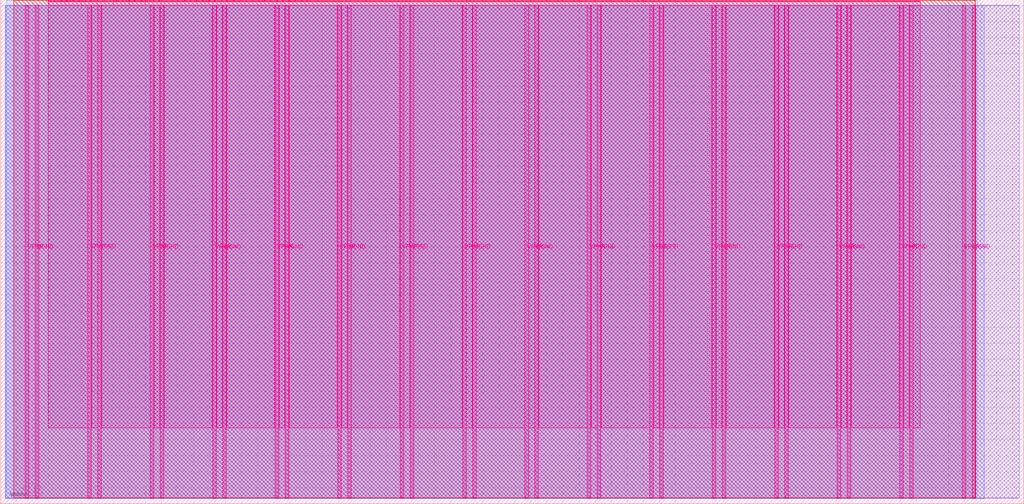
<source format=lef>
VERSION 5.7 ;
  NOWIREEXTENSIONATPIN ON ;
  DIVIDERCHAR "/" ;
  BUSBITCHARS "[]" ;
MACRO tt_um_jamesrosssharp_1bitam
  CLASS BLOCK ;
  FOREIGN tt_um_jamesrosssharp_1bitam ;
  ORIGIN 0.000 0.000 ;
  SIZE 636.960 BY 313.740 ;
  PIN VGND
    DIRECTION INOUT ;
    USE GROUND ;
    PORT
      LAYER Metal5 ;
        RECT 21.580 3.560 23.780 310.180 ;
    END
    PORT
      LAYER Metal5 ;
        RECT 60.450 3.560 62.650 310.180 ;
    END
    PORT
      LAYER Metal5 ;
        RECT 99.320 3.560 101.520 310.180 ;
    END
    PORT
      LAYER Metal5 ;
        RECT 138.190 3.560 140.390 310.180 ;
    END
    PORT
      LAYER Metal5 ;
        RECT 177.060 3.560 179.260 310.180 ;
    END
    PORT
      LAYER Metal5 ;
        RECT 215.930 3.560 218.130 310.180 ;
    END
    PORT
      LAYER Metal5 ;
        RECT 254.800 3.560 257.000 310.180 ;
    END
    PORT
      LAYER Metal5 ;
        RECT 293.670 3.560 295.870 310.180 ;
    END
    PORT
      LAYER Metal5 ;
        RECT 332.540 3.560 334.740 310.180 ;
    END
    PORT
      LAYER Metal5 ;
        RECT 371.410 3.560 373.610 310.180 ;
    END
    PORT
      LAYER Metal5 ;
        RECT 410.280 3.560 412.480 310.180 ;
    END
    PORT
      LAYER Metal5 ;
        RECT 449.150 3.560 451.350 310.180 ;
    END
    PORT
      LAYER Metal5 ;
        RECT 488.020 3.560 490.220 310.180 ;
    END
    PORT
      LAYER Metal5 ;
        RECT 526.890 3.560 529.090 310.180 ;
    END
    PORT
      LAYER Metal5 ;
        RECT 565.760 3.560 567.960 310.180 ;
    END
    PORT
      LAYER Metal5 ;
        RECT 604.630 3.560 606.830 310.180 ;
    END
  END VGND
  PIN VPWR
    DIRECTION INOUT ;
    USE POWER ;
    PORT
      LAYER Metal5 ;
        RECT 15.380 3.560 17.580 310.180 ;
    END
    PORT
      LAYER Metal5 ;
        RECT 54.250 3.560 56.450 310.180 ;
    END
    PORT
      LAYER Metal5 ;
        RECT 93.120 3.560 95.320 310.180 ;
    END
    PORT
      LAYER Metal5 ;
        RECT 131.990 3.560 134.190 310.180 ;
    END
    PORT
      LAYER Metal5 ;
        RECT 170.860 3.560 173.060 310.180 ;
    END
    PORT
      LAYER Metal5 ;
        RECT 209.730 3.560 211.930 310.180 ;
    END
    PORT
      LAYER Metal5 ;
        RECT 248.600 3.560 250.800 310.180 ;
    END
    PORT
      LAYER Metal5 ;
        RECT 287.470 3.560 289.670 310.180 ;
    END
    PORT
      LAYER Metal5 ;
        RECT 326.340 3.560 328.540 310.180 ;
    END
    PORT
      LAYER Metal5 ;
        RECT 365.210 3.560 367.410 310.180 ;
    END
    PORT
      LAYER Metal5 ;
        RECT 404.080 3.560 406.280 310.180 ;
    END
    PORT
      LAYER Metal5 ;
        RECT 442.950 3.560 445.150 310.180 ;
    END
    PORT
      LAYER Metal5 ;
        RECT 481.820 3.560 484.020 310.180 ;
    END
    PORT
      LAYER Metal5 ;
        RECT 520.690 3.560 522.890 310.180 ;
    END
    PORT
      LAYER Metal5 ;
        RECT 559.560 3.560 561.760 310.180 ;
    END
    PORT
      LAYER Metal5 ;
        RECT 598.430 3.560 600.630 310.180 ;
    END
  END VPWR
  PIN clk
    DIRECTION INPUT ;
    USE SIGNAL ;
    ANTENNAGATEAREA 2.038400 ;
    ANTENNADIFFAREA 6.046200 ;
    PORT
      LAYER Metal5 ;
        RECT 187.050 312.740 187.350 313.740 ;
    END
  END clk
  PIN ena
    DIRECTION INPUT ;
    USE SIGNAL ;
    PORT
      LAYER Metal5 ;
        RECT 190.890 312.740 191.190 313.740 ;
    END
  END ena
  PIN rst_n
    DIRECTION INPUT ;
    USE SIGNAL ;
    ANTENNAGATEAREA 2.748200 ;
    ANTENNADIFFAREA 8.061600 ;
    PORT
      LAYER Metal5 ;
        RECT 183.210 312.740 183.510 313.740 ;
    END
  END rst_n
  PIN ui_in[0]
    DIRECTION INPUT ;
    USE SIGNAL ;
    ANTENNAGATEAREA 0.180700 ;
    PORT
      LAYER Metal5 ;
        RECT 179.370 312.740 179.670 313.740 ;
    END
  END ui_in[0]
  PIN ui_in[1]
    DIRECTION INPUT ;
    USE SIGNAL ;
    ANTENNAGATEAREA 0.180700 ;
    PORT
      LAYER Metal5 ;
        RECT 175.530 312.740 175.830 313.740 ;
    END
  END ui_in[1]
  PIN ui_in[2]
    DIRECTION INPUT ;
    USE SIGNAL ;
    ANTENNAGATEAREA 0.180700 ;
    PORT
      LAYER Metal5 ;
        RECT 171.690 312.740 171.990 313.740 ;
    END
  END ui_in[2]
  PIN ui_in[3]
    DIRECTION INPUT ;
    USE SIGNAL ;
    ANTENNAGATEAREA 0.180700 ;
    PORT
      LAYER Metal5 ;
        RECT 167.850 312.740 168.150 313.740 ;
    END
  END ui_in[3]
  PIN ui_in[4]
    DIRECTION INPUT ;
    USE SIGNAL ;
    PORT
      LAYER Metal5 ;
        RECT 164.010 312.740 164.310 313.740 ;
    END
  END ui_in[4]
  PIN ui_in[5]
    DIRECTION INPUT ;
    USE SIGNAL ;
    PORT
      LAYER Metal5 ;
        RECT 160.170 312.740 160.470 313.740 ;
    END
  END ui_in[5]
  PIN ui_in[6]
    DIRECTION INPUT ;
    USE SIGNAL ;
    PORT
      LAYER Metal5 ;
        RECT 156.330 312.740 156.630 313.740 ;
    END
  END ui_in[6]
  PIN ui_in[7]
    DIRECTION INPUT ;
    USE SIGNAL ;
    PORT
      LAYER Metal5 ;
        RECT 152.490 312.740 152.790 313.740 ;
    END
  END ui_in[7]
  PIN uio_in[0]
    DIRECTION INPUT ;
    USE SIGNAL ;
    PORT
      LAYER Metal5 ;
        RECT 148.650 312.740 148.950 313.740 ;
    END
  END uio_in[0]
  PIN uio_in[1]
    DIRECTION INPUT ;
    USE SIGNAL ;
    PORT
      LAYER Metal5 ;
        RECT 144.810 312.740 145.110 313.740 ;
    END
  END uio_in[1]
  PIN uio_in[2]
    DIRECTION INPUT ;
    USE SIGNAL ;
    PORT
      LAYER Metal5 ;
        RECT 140.970 312.740 141.270 313.740 ;
    END
  END uio_in[2]
  PIN uio_in[3]
    DIRECTION INPUT ;
    USE SIGNAL ;
    PORT
      LAYER Metal5 ;
        RECT 137.130 312.740 137.430 313.740 ;
    END
  END uio_in[3]
  PIN uio_in[4]
    DIRECTION INPUT ;
    USE SIGNAL ;
    PORT
      LAYER Metal5 ;
        RECT 133.290 312.740 133.590 313.740 ;
    END
  END uio_in[4]
  PIN uio_in[5]
    DIRECTION INPUT ;
    USE SIGNAL ;
    PORT
      LAYER Metal5 ;
        RECT 129.450 312.740 129.750 313.740 ;
    END
  END uio_in[5]
  PIN uio_in[6]
    DIRECTION INPUT ;
    USE SIGNAL ;
    PORT
      LAYER Metal5 ;
        RECT 125.610 312.740 125.910 313.740 ;
    END
  END uio_in[6]
  PIN uio_in[7]
    DIRECTION INPUT ;
    USE SIGNAL ;
    PORT
      LAYER Metal5 ;
        RECT 121.770 312.740 122.070 313.740 ;
    END
  END uio_in[7]
  PIN uio_oe[0]
    DIRECTION OUTPUT ;
    USE SIGNAL ;
    ANTENNADIFFAREA 0.299200 ;
    PORT
      LAYER Metal5 ;
        RECT 56.490 312.740 56.790 313.740 ;
    END
  END uio_oe[0]
  PIN uio_oe[1]
    DIRECTION OUTPUT ;
    USE SIGNAL ;
    ANTENNADIFFAREA 0.299200 ;
    PORT
      LAYER Metal5 ;
        RECT 52.650 312.740 52.950 313.740 ;
    END
  END uio_oe[1]
  PIN uio_oe[2]
    DIRECTION OUTPUT ;
    USE SIGNAL ;
    ANTENNADIFFAREA 0.299200 ;
    PORT
      LAYER Metal5 ;
        RECT 48.810 312.740 49.110 313.740 ;
    END
  END uio_oe[2]
  PIN uio_oe[3]
    DIRECTION OUTPUT ;
    USE SIGNAL ;
    ANTENNADIFFAREA 0.299200 ;
    PORT
      LAYER Metal5 ;
        RECT 44.970 312.740 45.270 313.740 ;
    END
  END uio_oe[3]
  PIN uio_oe[4]
    DIRECTION OUTPUT ;
    USE SIGNAL ;
    ANTENNADIFFAREA 0.299200 ;
    PORT
      LAYER Metal5 ;
        RECT 41.130 312.740 41.430 313.740 ;
    END
  END uio_oe[4]
  PIN uio_oe[5]
    DIRECTION OUTPUT ;
    USE SIGNAL ;
    ANTENNADIFFAREA 0.299200 ;
    PORT
      LAYER Metal5 ;
        RECT 37.290 312.740 37.590 313.740 ;
    END
  END uio_oe[5]
  PIN uio_oe[6]
    DIRECTION OUTPUT ;
    USE SIGNAL ;
    ANTENNADIFFAREA 0.299200 ;
    PORT
      LAYER Metal5 ;
        RECT 33.450 312.740 33.750 313.740 ;
    END
  END uio_oe[6]
  PIN uio_oe[7]
    DIRECTION OUTPUT ;
    USE SIGNAL ;
    ANTENNADIFFAREA 0.299200 ;
    PORT
      LAYER Metal5 ;
        RECT 29.610 312.740 29.910 313.740 ;
    END
  END uio_oe[7]
  PIN uio_out[0]
    DIRECTION OUTPUT ;
    USE SIGNAL ;
    ANTENNADIFFAREA 0.299200 ;
    PORT
      LAYER Metal5 ;
        RECT 87.210 312.740 87.510 313.740 ;
    END
  END uio_out[0]
  PIN uio_out[1]
    DIRECTION OUTPUT ;
    USE SIGNAL ;
    ANTENNADIFFAREA 0.299200 ;
    PORT
      LAYER Metal5 ;
        RECT 83.370 312.740 83.670 313.740 ;
    END
  END uio_out[1]
  PIN uio_out[2]
    DIRECTION OUTPUT ;
    USE SIGNAL ;
    ANTENNADIFFAREA 0.299200 ;
    PORT
      LAYER Metal5 ;
        RECT 79.530 312.740 79.830 313.740 ;
    END
  END uio_out[2]
  PIN uio_out[3]
    DIRECTION OUTPUT ;
    USE SIGNAL ;
    ANTENNADIFFAREA 0.299200 ;
    PORT
      LAYER Metal5 ;
        RECT 75.690 312.740 75.990 313.740 ;
    END
  END uio_out[3]
  PIN uio_out[4]
    DIRECTION OUTPUT ;
    USE SIGNAL ;
    ANTENNADIFFAREA 0.299200 ;
    PORT
      LAYER Metal5 ;
        RECT 71.850 312.740 72.150 313.740 ;
    END
  END uio_out[4]
  PIN uio_out[5]
    DIRECTION OUTPUT ;
    USE SIGNAL ;
    ANTENNADIFFAREA 0.299200 ;
    PORT
      LAYER Metal5 ;
        RECT 68.010 312.740 68.310 313.740 ;
    END
  END uio_out[5]
  PIN uio_out[6]
    DIRECTION OUTPUT ;
    USE SIGNAL ;
    ANTENNADIFFAREA 0.299200 ;
    PORT
      LAYER Metal5 ;
        RECT 64.170 312.740 64.470 313.740 ;
    END
  END uio_out[6]
  PIN uio_out[7]
    DIRECTION OUTPUT ;
    USE SIGNAL ;
    ANTENNADIFFAREA 0.299200 ;
    PORT
      LAYER Metal5 ;
        RECT 60.330 312.740 60.630 313.740 ;
    END
  END uio_out[7]
  PIN uo_out[0]
    DIRECTION OUTPUT ;
    USE SIGNAL ;
    ANTENNADIFFAREA 0.654800 ;
    PORT
      LAYER Metal5 ;
        RECT 117.930 312.740 118.230 313.740 ;
    END
  END uo_out[0]
  PIN uo_out[1]
    DIRECTION OUTPUT ;
    USE SIGNAL ;
    ANTENNADIFFAREA 0.706800 ;
    PORT
      LAYER Metal5 ;
        RECT 114.090 312.740 114.390 313.740 ;
    END
  END uo_out[1]
  PIN uo_out[2]
    DIRECTION OUTPUT ;
    USE SIGNAL ;
    ANTENNADIFFAREA 0.299200 ;
    PORT
      LAYER Metal5 ;
        RECT 110.250 312.740 110.550 313.740 ;
    END
  END uo_out[2]
  PIN uo_out[3]
    DIRECTION OUTPUT ;
    USE SIGNAL ;
    ANTENNADIFFAREA 0.299200 ;
    PORT
      LAYER Metal5 ;
        RECT 106.410 312.740 106.710 313.740 ;
    END
  END uo_out[3]
  PIN uo_out[4]
    DIRECTION OUTPUT ;
    USE SIGNAL ;
    ANTENNADIFFAREA 0.299200 ;
    PORT
      LAYER Metal5 ;
        RECT 102.570 312.740 102.870 313.740 ;
    END
  END uo_out[4]
  PIN uo_out[5]
    DIRECTION OUTPUT ;
    USE SIGNAL ;
    ANTENNADIFFAREA 0.299200 ;
    PORT
      LAYER Metal5 ;
        RECT 98.730 312.740 99.030 313.740 ;
    END
  END uo_out[5]
  PIN uo_out[6]
    DIRECTION OUTPUT ;
    USE SIGNAL ;
    ANTENNADIFFAREA 0.299200 ;
    PORT
      LAYER Metal5 ;
        RECT 94.890 312.740 95.190 313.740 ;
    END
  END uo_out[6]
  PIN uo_out[7]
    DIRECTION OUTPUT ;
    USE SIGNAL ;
    ANTENNADIFFAREA 0.299200 ;
    PORT
      LAYER Metal5 ;
        RECT 91.050 312.740 91.350 313.740 ;
    END
  END uo_out[7]
  OBS
      LAYER GatPoly ;
        RECT 2.880 3.630 634.080 310.110 ;
      LAYER Metal1 ;
        RECT 2.880 3.560 634.080 310.180 ;
      LAYER Metal2 ;
        RECT 3.085 3.260 612.145 310.060 ;
      LAYER Metal3 ;
        RECT 3.740 3.215 607.780 313.465 ;
      LAYER Metal4 ;
        RECT 8.015 3.680 606.695 313.420 ;
      LAYER Metal5 ;
        RECT 30.120 312.530 33.240 312.740 ;
        RECT 33.960 312.530 37.080 312.740 ;
        RECT 37.800 312.530 40.920 312.740 ;
        RECT 41.640 312.530 44.760 312.740 ;
        RECT 45.480 312.530 48.600 312.740 ;
        RECT 49.320 312.530 52.440 312.740 ;
        RECT 53.160 312.530 56.280 312.740 ;
        RECT 57.000 312.530 60.120 312.740 ;
        RECT 60.840 312.530 63.960 312.740 ;
        RECT 64.680 312.530 67.800 312.740 ;
        RECT 68.520 312.530 71.640 312.740 ;
        RECT 72.360 312.530 75.480 312.740 ;
        RECT 76.200 312.530 79.320 312.740 ;
        RECT 80.040 312.530 83.160 312.740 ;
        RECT 83.880 312.530 87.000 312.740 ;
        RECT 87.720 312.530 90.840 312.740 ;
        RECT 91.560 312.530 94.680 312.740 ;
        RECT 95.400 312.530 98.520 312.740 ;
        RECT 99.240 312.530 102.360 312.740 ;
        RECT 103.080 312.530 106.200 312.740 ;
        RECT 106.920 312.530 110.040 312.740 ;
        RECT 110.760 312.530 113.880 312.740 ;
        RECT 114.600 312.530 117.720 312.740 ;
        RECT 118.440 312.530 121.560 312.740 ;
        RECT 122.280 312.530 125.400 312.740 ;
        RECT 126.120 312.530 129.240 312.740 ;
        RECT 129.960 312.530 133.080 312.740 ;
        RECT 133.800 312.530 136.920 312.740 ;
        RECT 137.640 312.530 140.760 312.740 ;
        RECT 141.480 312.530 144.600 312.740 ;
        RECT 145.320 312.530 148.440 312.740 ;
        RECT 149.160 312.530 152.280 312.740 ;
        RECT 153.000 312.530 156.120 312.740 ;
        RECT 156.840 312.530 159.960 312.740 ;
        RECT 160.680 312.530 163.800 312.740 ;
        RECT 164.520 312.530 167.640 312.740 ;
        RECT 168.360 312.530 171.480 312.740 ;
        RECT 172.200 312.530 175.320 312.740 ;
        RECT 176.040 312.530 179.160 312.740 ;
        RECT 179.880 312.530 183.000 312.740 ;
        RECT 183.720 312.530 186.840 312.740 ;
        RECT 187.560 312.530 190.680 312.740 ;
        RECT 191.400 312.530 572.260 312.740 ;
        RECT 29.660 310.390 572.260 312.530 ;
        RECT 29.660 47.315 54.040 310.390 ;
        RECT 56.660 47.315 60.240 310.390 ;
        RECT 62.860 47.315 92.910 310.390 ;
        RECT 95.530 47.315 99.110 310.390 ;
        RECT 101.730 47.315 131.780 310.390 ;
        RECT 134.400 47.315 137.980 310.390 ;
        RECT 140.600 47.315 170.650 310.390 ;
        RECT 173.270 47.315 176.850 310.390 ;
        RECT 179.470 47.315 209.520 310.390 ;
        RECT 212.140 47.315 215.720 310.390 ;
        RECT 218.340 47.315 248.390 310.390 ;
        RECT 251.010 47.315 254.590 310.390 ;
        RECT 257.210 47.315 287.260 310.390 ;
        RECT 289.880 47.315 293.460 310.390 ;
        RECT 296.080 47.315 326.130 310.390 ;
        RECT 328.750 47.315 332.330 310.390 ;
        RECT 334.950 47.315 365.000 310.390 ;
        RECT 367.620 47.315 371.200 310.390 ;
        RECT 373.820 47.315 403.870 310.390 ;
        RECT 406.490 47.315 410.070 310.390 ;
        RECT 412.690 47.315 442.740 310.390 ;
        RECT 445.360 47.315 448.940 310.390 ;
        RECT 451.560 47.315 481.610 310.390 ;
        RECT 484.230 47.315 487.810 310.390 ;
        RECT 490.430 47.315 520.480 310.390 ;
        RECT 523.100 47.315 526.680 310.390 ;
        RECT 529.300 47.315 559.350 310.390 ;
        RECT 561.970 47.315 565.550 310.390 ;
        RECT 568.170 47.315 572.260 310.390 ;
  END
END tt_um_jamesrosssharp_1bitam
END LIBRARY


</source>
